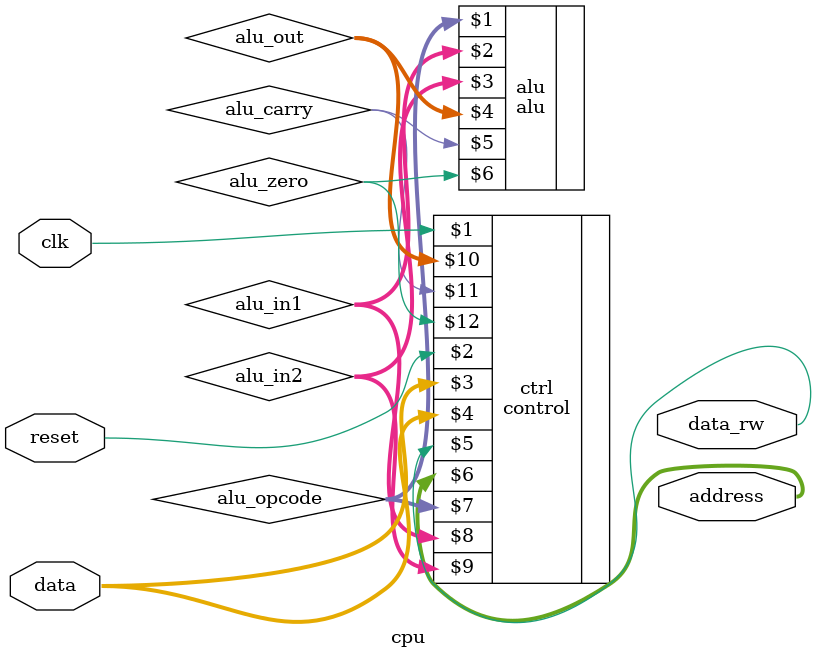
<source format=v>
module cpu (
    input clk,
    reset,
    inout [31:0] data,
    output data_rw,  // write if 1
    output [31:0] address
);
  wire [3:0] alu_opcode;
  wire [31:0] alu_in1, alu_in2, alu_out;
  wire alu_carry, alu_zero;

  control ctrl (
      clk,
      reset,
      data,
      data,
      data_rw,
      address,
      alu_opcode,
      alu_in1,
      alu_in2,
      alu_out,
      alu_carry,
      alu_zero
  );
  alu alu (
      alu_opcode,
      alu_in1,
      alu_in2,
      alu_out,
      alu_carry,
      alu_zero
  );
endmodule

</source>
